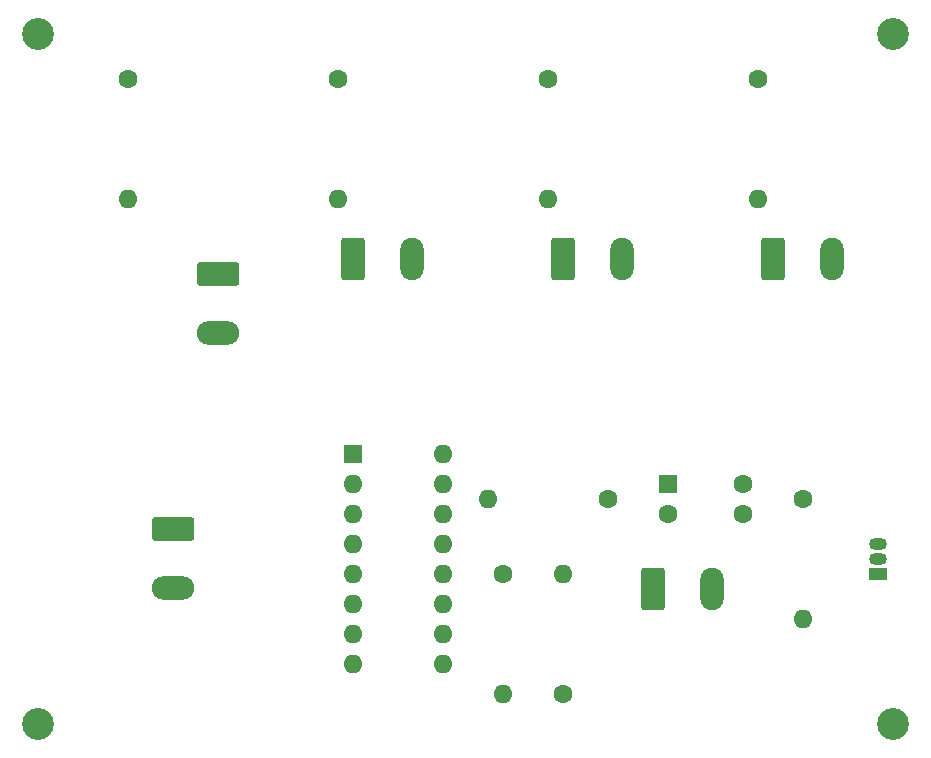
<source format=gbr>
%TF.GenerationSoftware,KiCad,Pcbnew,(5.1.10)-1*%
%TF.CreationDate,2021-09-08T20:08:48+02:00*%
%TF.ProjectId,uklad,756b6c61-642e-46b6-9963-61645f706362,rev?*%
%TF.SameCoordinates,Original*%
%TF.FileFunction,Soldermask,Bot*%
%TF.FilePolarity,Negative*%
%FSLAX46Y46*%
G04 Gerber Fmt 4.6, Leading zero omitted, Abs format (unit mm)*
G04 Created by KiCad (PCBNEW (5.1.10)-1) date 2021-09-08 20:08:48*
%MOMM*%
%LPD*%
G01*
G04 APERTURE LIST*
%ADD10C,2.700000*%
%ADD11O,1.600000X1.600000*%
%ADD12C,1.600000*%
%ADD13O,2.000000X3.600000*%
%ADD14R,1.600000X1.600000*%
%ADD15R,1.500000X1.050000*%
%ADD16O,1.500000X1.050000*%
%ADD17O,3.600000X2.000000*%
G04 APERTURE END LIST*
D10*
%TO.C,REF\u002A\u002A*%
X165100000Y-120650000D03*
%TD*%
%TO.C,REF\u002A\u002A*%
X92710000Y-120650000D03*
%TD*%
%TO.C,REF\u002A\u002A*%
X92710000Y-62230000D03*
%TD*%
%TO.C,REF\u002A\u002A*%
X165100000Y-62230000D03*
%TD*%
D11*
%TO.C,1M*%
X137160000Y-107950000D03*
D12*
X137160000Y-118110000D03*
%TD*%
D13*
%TO.C,Solar*%
X149780000Y-109220000D03*
G36*
G01*
X143780000Y-110770000D02*
X143780000Y-107670000D01*
G75*
G02*
X144030000Y-107420000I250000J0D01*
G01*
X145530000Y-107420000D01*
G75*
G02*
X145780000Y-107670000I0J-250000D01*
G01*
X145780000Y-110770000D01*
G75*
G02*
X145530000Y-111020000I-250000J0D01*
G01*
X144030000Y-111020000D01*
G75*
G02*
X143780000Y-110770000I0J250000D01*
G01*
G37*
%TD*%
D11*
%TO.C,L293D*%
X127000000Y-97790000D03*
X119380000Y-115570000D03*
X127000000Y-100330000D03*
X119380000Y-113030000D03*
X127000000Y-102870000D03*
X119380000Y-110490000D03*
X127000000Y-105410000D03*
X119380000Y-107950000D03*
X127000000Y-107950000D03*
X119380000Y-105410000D03*
X127000000Y-110490000D03*
X119380000Y-102870000D03*
X127000000Y-113030000D03*
X119380000Y-100330000D03*
X127000000Y-115570000D03*
D14*
X119380000Y-97790000D03*
%TD*%
D15*
%TO.C,DS18B20*%
X163830000Y-107950000D03*
D16*
X163830000Y-105410000D03*
X163830000Y-106680000D03*
%TD*%
D13*
%TO.C,Photo DP*%
X159940000Y-81280000D03*
G36*
G01*
X153940000Y-82830000D02*
X153940000Y-79730000D01*
G75*
G02*
X154190000Y-79480000I250000J0D01*
G01*
X155690000Y-79480000D01*
G75*
G02*
X155940000Y-79730000I0J-250000D01*
G01*
X155940000Y-82830000D01*
G75*
G02*
X155690000Y-83080000I-250000J0D01*
G01*
X154190000Y-83080000D01*
G75*
G02*
X153940000Y-82830000I0J250000D01*
G01*
G37*
%TD*%
D11*
%TO.C,310R*%
X153670000Y-76200000D03*
D12*
X153670000Y-66040000D03*
%TD*%
D13*
%TO.C,Photo DL*%
X142160000Y-81280000D03*
G36*
G01*
X136160000Y-82830000D02*
X136160000Y-79730000D01*
G75*
G02*
X136410000Y-79480000I250000J0D01*
G01*
X137910000Y-79480000D01*
G75*
G02*
X138160000Y-79730000I0J-250000D01*
G01*
X138160000Y-82830000D01*
G75*
G02*
X137910000Y-83080000I-250000J0D01*
G01*
X136410000Y-83080000D01*
G75*
G02*
X136160000Y-82830000I0J250000D01*
G01*
G37*
%TD*%
D11*
%TO.C,310R*%
X135890000Y-76200000D03*
D12*
X135890000Y-66040000D03*
%TD*%
D11*
%TO.C,1M*%
X132080000Y-118110000D03*
D12*
X132080000Y-107950000D03*
%TD*%
D11*
%TO.C,1M*%
X130810000Y-101600000D03*
D12*
X140970000Y-101600000D03*
%TD*%
D13*
%TO.C,Photo GP*%
X124380000Y-81280000D03*
G36*
G01*
X118380000Y-82830000D02*
X118380000Y-79730000D01*
G75*
G02*
X118630000Y-79480000I250000J0D01*
G01*
X120130000Y-79480000D01*
G75*
G02*
X120380000Y-79730000I0J-250000D01*
G01*
X120380000Y-82830000D01*
G75*
G02*
X120130000Y-83080000I-250000J0D01*
G01*
X118630000Y-83080000D01*
G75*
G02*
X118380000Y-82830000I0J250000D01*
G01*
G37*
%TD*%
D11*
%TO.C,310R*%
X118110000Y-76200000D03*
D12*
X118110000Y-66040000D03*
%TD*%
D17*
%TO.C,Photo GL*%
X107950000Y-87550000D03*
G36*
G01*
X106400000Y-81550000D02*
X109500000Y-81550000D01*
G75*
G02*
X109750000Y-81800000I0J-250000D01*
G01*
X109750000Y-83300000D01*
G75*
G02*
X109500000Y-83550000I-250000J0D01*
G01*
X106400000Y-83550000D01*
G75*
G02*
X106150000Y-83300000I0J250000D01*
G01*
X106150000Y-81800000D01*
G75*
G02*
X106400000Y-81550000I250000J0D01*
G01*
G37*
%TD*%
D11*
%TO.C,310R*%
X100330000Y-76200000D03*
D12*
X100330000Y-66040000D03*
%TD*%
D11*
%TO.C,4\u002C7k*%
X157480000Y-111760000D03*
D12*
X157480000Y-101600000D03*
%TD*%
D17*
%TO.C,DC_Motor*%
X104140000Y-109140000D03*
G36*
G01*
X102590000Y-103140000D02*
X105690000Y-103140000D01*
G75*
G02*
X105940000Y-103390000I0J-250000D01*
G01*
X105940000Y-104890000D01*
G75*
G02*
X105690000Y-105140000I-250000J0D01*
G01*
X102590000Y-105140000D01*
G75*
G02*
X102340000Y-104890000I0J250000D01*
G01*
X102340000Y-103390000D01*
G75*
G02*
X102590000Y-103140000I250000J0D01*
G01*
G37*
%TD*%
D12*
%TO.C,100nF*%
X152400000Y-102830000D03*
X152400000Y-100330000D03*
%TD*%
%TO.C,220uF*%
X146050000Y-102830000D03*
D14*
X146050000Y-100330000D03*
%TD*%
M02*

</source>
